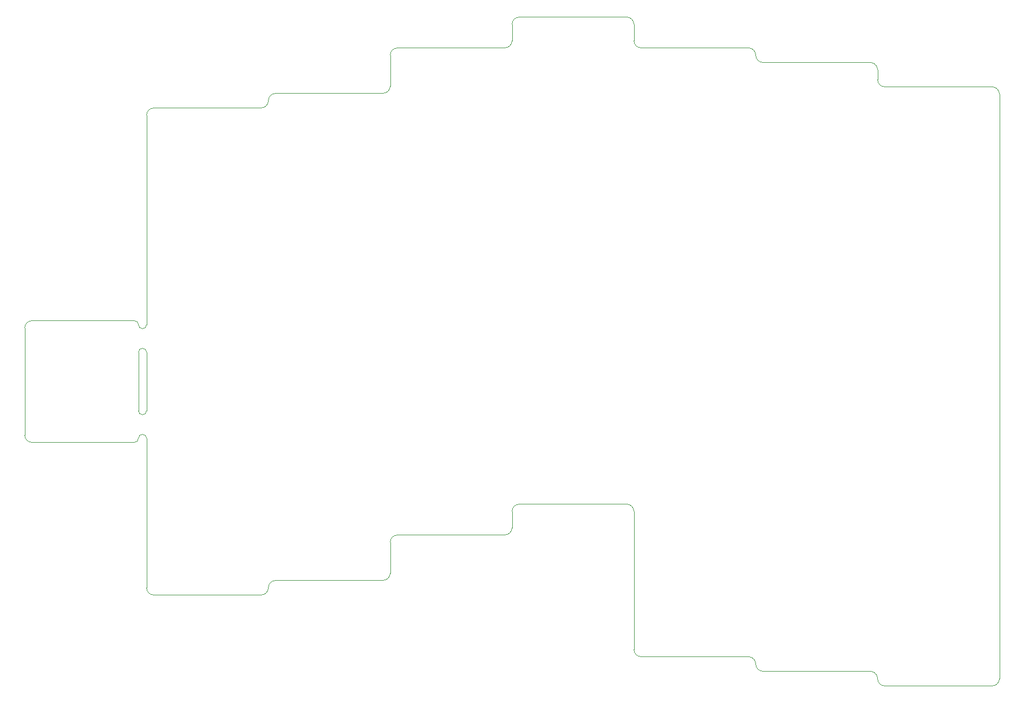
<source format=gm1>
G04 #@! TF.GenerationSoftware,KiCad,Pcbnew,(5.99.0-10902-g92c4596252)*
G04 #@! TF.CreationDate,2021-10-13T13:10:58+08:00*
G04 #@! TF.ProjectId,underplate,756e6465-7270-46c6-9174-652e6b696361,rev?*
G04 #@! TF.SameCoordinates,Original*
G04 #@! TF.FileFunction,Profile,NP*
%FSLAX46Y46*%
G04 Gerber Fmt 4.6, Leading zero omitted, Abs format (unit mm)*
G04 Created by KiCad (PCBNEW (5.99.0-10902-g92c4596252)) date 2021-10-13 13:10:58*
%MOMM*%
%LPD*%
G01*
G04 APERTURE LIST*
G04 #@! TA.AperFunction,Profile*
%ADD10C,0.100000*%
G04 #@! TD*
G04 APERTURE END LIST*
D10*
X88010993Y-91566995D02*
G75*
G03*
X88645989Y-90931999I0J634996D01*
G01*
X87376004Y-104394004D02*
G75*
G03*
X88011000Y-105029000I634996J0D01*
G01*
X88010992Y-108077008D02*
G75*
G03*
X87375996Y-108712004I0J-634996D01*
G01*
X88645996Y-95249996D02*
G75*
G03*
X88011000Y-94615000I-634996J0D01*
G01*
X87375996Y-90932000D02*
G75*
G03*
X88010992Y-91566996I634996J0D01*
G01*
X88645988Y-108712004D02*
G75*
G03*
X88010992Y-108077008I-634996J0D01*
G01*
X88645988Y-108712004D02*
X88646000Y-132080000D01*
X87375996Y-90932000D02*
G75*
G03*
X86741000Y-90297004I-634996J0D01*
G01*
X88011000Y-105029000D02*
G75*
G03*
X88645996Y-104394004I0J634996D01*
G01*
X88011000Y-94615000D02*
G75*
G03*
X87376004Y-95249996I0J-634996D01*
G01*
X87376004Y-95249996D02*
X87376004Y-104394004D01*
X88645996Y-104394004D02*
X88645996Y-95249996D01*
X86741000Y-109347000D02*
G75*
G03*
X87375996Y-108712004I0J634996D01*
G01*
X88646000Y-58166000D02*
X88645989Y-90931999D01*
X145796000Y-120142000D02*
X145796000Y-122682000D01*
X145796000Y-46482000D02*
X145796000Y-43942000D01*
X89789000Y-133223000D02*
G75*
G02*
X88646000Y-132080000I0J1143000D01*
G01*
X127889000Y-47625000D02*
X144653000Y-47625000D01*
X165989000Y-142875000D02*
G75*
G02*
X164846000Y-141732000I0J1143000D01*
G01*
X185039000Y-145161000D02*
G75*
G02*
X183896000Y-144018000I0J1143000D01*
G01*
X145796000Y-43942000D02*
G75*
G02*
X146939000Y-42799000I1143000J0D01*
G01*
X182753000Y-142875000D02*
X165989000Y-142875000D01*
X202946000Y-51054000D02*
X202946000Y-52578000D01*
X163703000Y-42799000D02*
G75*
G02*
X164846000Y-43942000I0J-1143000D01*
G01*
X126746000Y-124968000D02*
G75*
G02*
X127889000Y-123825000I1143000J0D01*
G01*
X146939000Y-42799000D02*
X163703000Y-42799000D01*
X220853000Y-53721000D02*
G75*
G02*
X221996000Y-54864000I0J-1143000D01*
G01*
X182753000Y-47625000D02*
G75*
G02*
X183896000Y-48768000I0J-1143000D01*
G01*
X86741000Y-109347000D02*
X70739000Y-109347000D01*
X89789000Y-57023000D02*
X106553000Y-57023000D01*
X204089000Y-53721000D02*
G75*
G02*
X202946000Y-52578000I0J1143000D01*
G01*
X70739000Y-90297000D02*
X86741000Y-90297004D01*
X88646000Y-58166000D02*
G75*
G02*
X89789000Y-57023000I1143000J0D01*
G01*
X164846000Y-141732000D02*
X164846000Y-120142000D01*
X163703000Y-118999000D02*
X146939000Y-118999000D01*
X221996000Y-146304000D02*
G75*
G02*
X220853000Y-147447000I-1143000J0D01*
G01*
X204089000Y-147447000D02*
X220853000Y-147447000D01*
X126746000Y-48768000D02*
G75*
G02*
X127889000Y-47625000I1143000J0D01*
G01*
X107696000Y-55880000D02*
G75*
G02*
X106553000Y-57023000I-1143000J0D01*
G01*
X164846000Y-43942000D02*
X164846000Y-46482000D01*
X165989000Y-47625000D02*
X182753000Y-47625000D01*
X165989000Y-47625000D02*
G75*
G02*
X164846000Y-46482000I0J1143000D01*
G01*
X107696000Y-55880000D02*
G75*
G02*
X108839000Y-54737000I1143000J0D01*
G01*
X125603000Y-130937000D02*
X108839000Y-130937000D01*
X69596000Y-108204000D02*
X69596000Y-91440000D01*
X126746000Y-53594000D02*
X126746000Y-48768000D01*
X69596000Y-91440000D02*
G75*
G02*
X70739000Y-90297000I1143000J0D01*
G01*
X144653000Y-123825000D02*
X127889000Y-123825000D01*
X201803000Y-49911000D02*
G75*
G02*
X202946000Y-51054000I0J-1143000D01*
G01*
X70739000Y-109347000D02*
G75*
G02*
X69596000Y-108204000I0J1143000D01*
G01*
X185039000Y-49911000D02*
G75*
G02*
X183896000Y-48768000I0J1143000D01*
G01*
X145796000Y-120142000D02*
G75*
G02*
X146939000Y-118999000I1143000J0D01*
G01*
X107696000Y-132080000D02*
G75*
G02*
X108839000Y-130937000I1143000J0D01*
G01*
X185039000Y-49911000D02*
X201803000Y-49911000D01*
X106553000Y-133223000D02*
X89789000Y-133223000D01*
X204089000Y-147447000D02*
G75*
G02*
X202946000Y-146304000I0J1143000D01*
G01*
X126746000Y-53594000D02*
G75*
G02*
X125603000Y-54737000I-1143000J0D01*
G01*
X107696000Y-132080000D02*
G75*
G02*
X106553000Y-133223000I-1143000J0D01*
G01*
X145796000Y-46482000D02*
G75*
G02*
X144653000Y-47625000I-1143000J0D01*
G01*
X163703000Y-118999000D02*
G75*
G02*
X164846000Y-120142000I0J-1143000D01*
G01*
X126746000Y-124968000D02*
X126746000Y-129794000D01*
X220853000Y-53721000D02*
X204089000Y-53721000D01*
X145796000Y-122682000D02*
G75*
G02*
X144653000Y-123825000I-1143000J0D01*
G01*
X182753000Y-142875000D02*
G75*
G02*
X183896000Y-144018000I0J-1143000D01*
G01*
X201803000Y-145161000D02*
G75*
G02*
X202946000Y-146304000I0J-1143000D01*
G01*
X221996000Y-146304000D02*
X221996000Y-54864000D01*
X108839000Y-54737000D02*
X125603000Y-54737000D01*
X126746000Y-129794000D02*
G75*
G02*
X125603000Y-130937000I-1143000J0D01*
G01*
X201803000Y-145161000D02*
X185039000Y-145161000D01*
M02*

</source>
